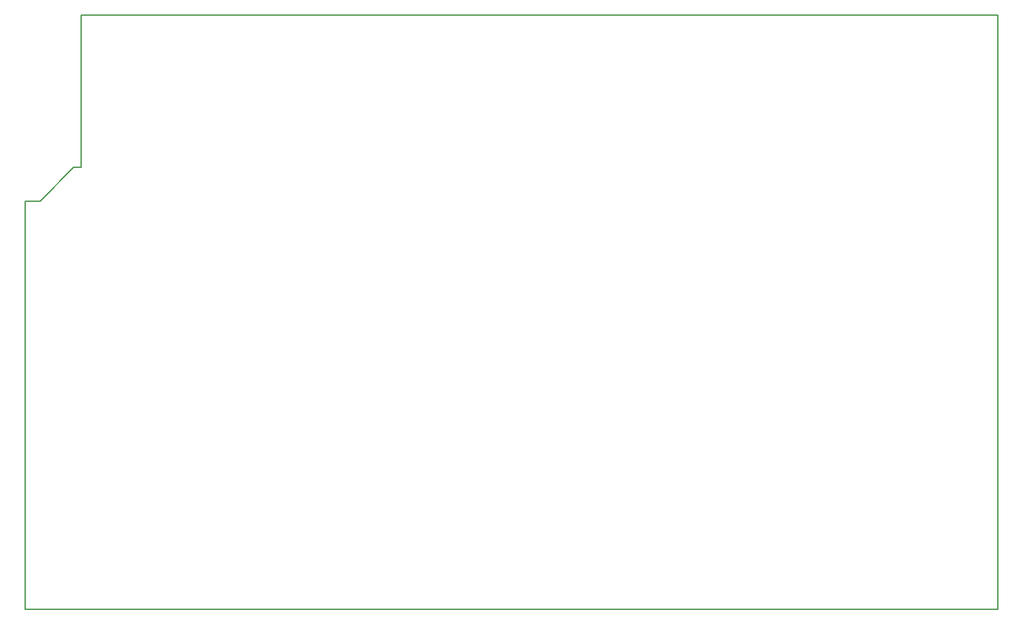
<source format=gbr>
G04 #@! TF.GenerationSoftware,KiCad,Pcbnew,5.0.2-bee76a0~70~ubuntu18.04.1*
G04 #@! TF.CreationDate,2019-01-05T16:01:42+00:00*
G04 #@! TF.ProjectId,OpenHardwareHolterMonitor,4f70656e-4861-4726-9477-617265486f6c,rev?*
G04 #@! TF.SameCoordinates,Original*
G04 #@! TF.FileFunction,Profile,NP*
%FSLAX46Y46*%
G04 Gerber Fmt 4.6, Leading zero omitted, Abs format (unit mm)*
G04 Created by KiCad (PCBNEW 5.0.2-bee76a0~70~ubuntu18.04.1) date Sat 05 Jan 2019 04:01:42 PM GMT*
%MOMM*%
%LPD*%
G01*
G04 APERTURE LIST*
%ADD10C,0.150000*%
%ADD11C,0.200000*%
G04 APERTURE END LIST*
D10*
X145500000Y-40500000D02*
X146500000Y-40500000D01*
X141000000Y-45000000D02*
X145500000Y-40500000D01*
X139000000Y-45000000D02*
X141000000Y-45000000D01*
D11*
X146500000Y-20000000D02*
X146500000Y-40500000D01*
X139000000Y-100000000D02*
X139000000Y-45000000D01*
D10*
X270000000Y-20000000D02*
X146500000Y-20000000D01*
X270000000Y-100000000D02*
X139000000Y-100000000D01*
X270000000Y-20000000D02*
X270000000Y-100000000D01*
M02*

</source>
